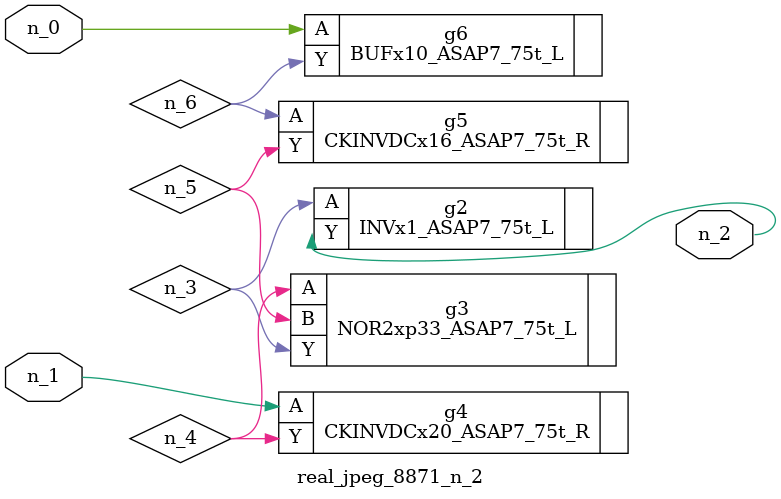
<source format=v>
module real_jpeg_8871_n_2 (n_1, n_0, n_2);

input n_1;
input n_0;

output n_2;

wire n_5;
wire n_4;
wire n_6;
wire n_3;

BUFx10_ASAP7_75t_L g6 ( 
.A(n_0),
.Y(n_6)
);

CKINVDCx20_ASAP7_75t_R g4 ( 
.A(n_1),
.Y(n_4)
);

INVx1_ASAP7_75t_L g2 ( 
.A(n_3),
.Y(n_2)
);

NOR2xp33_ASAP7_75t_L g3 ( 
.A(n_4),
.B(n_5),
.Y(n_3)
);

CKINVDCx16_ASAP7_75t_R g5 ( 
.A(n_6),
.Y(n_5)
);


endmodule
</source>
